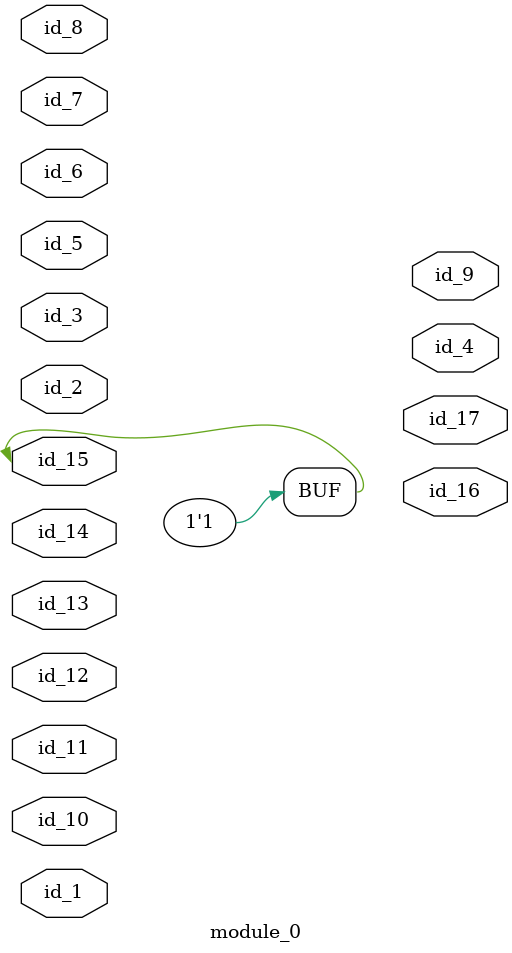
<source format=v>
`timescale 1ps / 1ps
module module_0 (
    id_1,
    id_2,
    id_3,
    id_4,
    id_5,
    id_6,
    id_7,
    id_8,
    id_9,
    id_10,
    id_11,
    id_12,
    id_13,
    id_14,
    id_15,
    id_16,
    id_17
);
  output id_17;
  output id_16;
  inout id_15;
  inout id_14;
  input id_13;
  input id_12;
  inout id_11;
  inout id_10;
  output id_9;
  inout id_8;
  input id_7;
  inout id_6;
  input id_5;
  output id_4;
  inout id_3;
  input id_2;
  inout id_1;
  assign id_15 = 1;
endmodule

</source>
